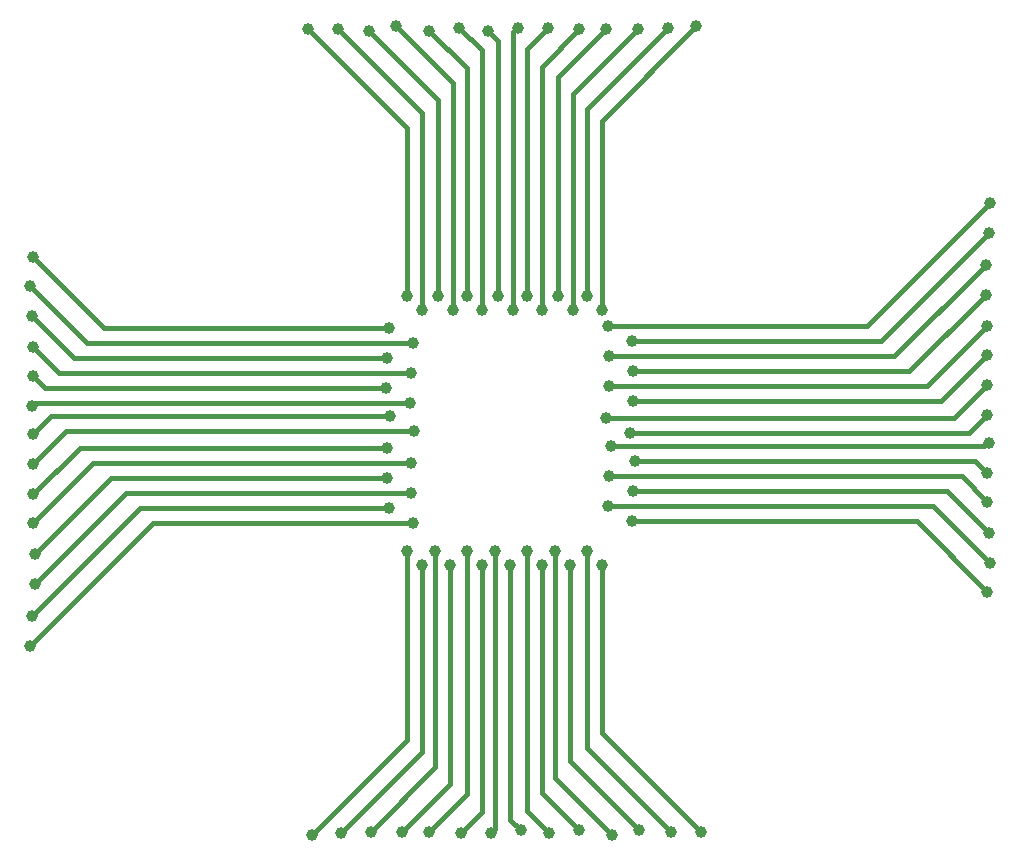
<source format=gbl>
G04*
G04 #@! TF.GenerationSoftware,Altium Limited,Altium Designer,23.6.0 (18)*
G04*
G04 Layer_Physical_Order=2*
G04 Layer_Color=16711680*
%FSLAX44Y44*%
%MOMM*%
G71*
G04*
G04 #@! TF.SameCoordinates,14FF5C31-A8A2-4FAE-BB4F-38B74BC4A96C*
G04*
G04*
G04 #@! TF.FilePolarity,Positive*
G04*
G01*
G75*
%ADD20C,0.4000*%
%ADD21C,1.0000*%
D20*
X566420Y144780D02*
Y287020D01*
X553720Y132080D02*
Y298450D01*
X566420Y144780D02*
X650240Y60960D01*
X553720Y132080D02*
X624840Y60960D01*
X539750Y120650D02*
X598170Y62230D01*
X539750Y120650D02*
Y287020D01*
X527050Y106680D02*
Y298450D01*
Y106680D02*
X575310Y58420D01*
X515620Y93980D02*
X547370Y62230D01*
X515620Y93980D02*
Y287020D01*
X502920Y78740D02*
X521970Y59690D01*
X502920Y78740D02*
Y298450D01*
X488950Y71120D02*
X497840Y62230D01*
X488950Y71120D02*
Y287020D01*
X472440Y59690D02*
X476250Y63500D01*
Y298450D01*
X447040Y59690D02*
X464820Y77470D01*
Y287020D01*
X420370Y60960D02*
X452120Y92710D01*
Y298450D01*
X397510Y60960D02*
X438150Y101600D01*
Y287020D01*
X370840Y60960D02*
X425450Y115570D01*
Y298450D01*
X414020Y128270D02*
Y287020D01*
X345440Y59690D02*
X414020Y128270D01*
X321310Y58420D02*
X401320Y138430D01*
Y298450D01*
X566420Y502920D02*
Y662940D01*
X646430Y742950D01*
X553720Y673100D02*
X622300Y741680D01*
X553720Y514350D02*
Y673100D01*
X542290Y502920D02*
Y685800D01*
X596900Y740410D01*
X529590Y514350D02*
Y699770D01*
X570230Y740410D01*
X515620Y502920D02*
Y708660D01*
X547370Y740410D01*
X502920Y514350D02*
Y723900D01*
X520700Y741680D01*
X491490Y502920D02*
Y737870D01*
X495300Y741680D01*
X478790Y514350D02*
Y730250D01*
X469900Y739140D02*
X478790Y730250D01*
X464820Y502920D02*
Y722630D01*
X445770Y741680D02*
X464820Y722630D01*
X452120Y514350D02*
Y707390D01*
X420370Y739140D02*
X452120Y707390D01*
X392430Y742950D02*
X440690Y694690D01*
Y502920D02*
Y694690D01*
X427990Y514350D02*
Y680720D01*
X369570Y739140D02*
X427990Y680720D01*
X342900Y740410D02*
X414020Y669290D01*
X317500Y740410D02*
X401320Y656590D01*
X414020Y502920D02*
Y669290D01*
X401320Y514350D02*
Y656590D01*
X833120Y323850D02*
X892810Y264160D01*
X591820Y323850D02*
X833120D01*
X892810Y264160D02*
X894080Y265430D01*
X571500Y336550D02*
X847090D01*
X895350Y288290D01*
X858520Y349250D02*
X894080Y313690D01*
X593090Y349250D02*
X858520D01*
X572770Y361950D02*
X871220D01*
X892810Y340360D01*
X882650Y374650D02*
X892810Y364490D01*
X594360Y374650D02*
X882650D01*
X892456Y389890D02*
X894080D01*
X889916Y387350D02*
X892456Y389890D01*
X574040Y387350D02*
X889916D01*
X877570Y398780D02*
X892810Y414020D01*
X590550Y398780D02*
X877570D01*
X864870Y411480D02*
X892810Y439420D01*
X570230Y411480D02*
X864870D01*
X853440Y425450D02*
X892810Y464820D01*
X593090Y425450D02*
X853440D01*
X842010Y438150D02*
X892810Y488950D01*
X572770Y438150D02*
X842010D01*
X826770Y450850D02*
X891540Y515620D01*
X593090Y450850D02*
X826770D01*
X814070Y463550D02*
X891540Y541020D01*
X572770Y463550D02*
X814070D01*
X802640Y476250D02*
X894080Y567690D01*
X591820Y476250D02*
X802640D01*
X571500Y488950D02*
X791210D01*
X895350Y593090D01*
X82550Y218440D02*
X186690Y322580D01*
X406400D01*
X175260Y335280D02*
X386080D01*
X83820Y243840D02*
X175260Y335280D01*
X163830Y347980D02*
X405130D01*
X86360Y270510D02*
X163830Y347980D01*
X151130Y360680D02*
X384810D01*
X86360Y295910D02*
X151130Y360680D01*
X135890Y373380D02*
X405130D01*
X85090Y322580D02*
X135890Y373380D01*
X124460Y386080D02*
X384810D01*
X85090Y346710D02*
X124460Y386080D01*
X113030Y400050D02*
X407670D01*
X85090Y372110D02*
X113030Y400050D01*
X100330Y412750D02*
X387350D01*
X85090Y397510D02*
X100330Y412750D01*
X87984Y424180D02*
X403860D01*
X85444Y421640D02*
X87984Y424180D01*
X83820Y421640D02*
X85444D01*
X95250Y436880D02*
X383540D01*
X85090Y447040D02*
X95250Y436880D01*
X85090Y471170D02*
X106680Y449580D01*
X405130D01*
X119380Y462280D02*
X384810D01*
X83820Y497840D02*
X119380Y462280D01*
X82550Y523240D02*
X130810Y474980D01*
X406400D01*
X144780Y487680D02*
X386080D01*
X83820Y546100D02*
X85090Y547370D01*
X144780Y487680D01*
D21*
X566420Y287020D02*
D03*
X553720Y298450D02*
D03*
X527050D02*
D03*
X539750Y287020D02*
D03*
X488950D02*
D03*
X476250Y298450D02*
D03*
X502920D02*
D03*
X515620Y287020D02*
D03*
X438150D02*
D03*
X425450Y298450D02*
D03*
X452120D02*
D03*
X464820Y287020D02*
D03*
X401320Y298450D02*
D03*
X414020Y287020D02*
D03*
X650240Y60960D02*
D03*
X624840D02*
D03*
X598170Y62230D02*
D03*
X575310Y58420D02*
D03*
X547370Y62230D02*
D03*
X521970Y59690D02*
D03*
X497840Y62230D02*
D03*
X472440Y59690D02*
D03*
X447040D02*
D03*
X420370Y60960D02*
D03*
X397510D02*
D03*
X370840D02*
D03*
X345440Y59690D02*
D03*
X321310Y58420D02*
D03*
X646430Y742950D02*
D03*
X622300Y741680D02*
D03*
X596900Y740410D02*
D03*
X570230D02*
D03*
X547370D02*
D03*
X520700Y741680D02*
D03*
X495300D02*
D03*
X469900Y739140D02*
D03*
X445770Y741680D02*
D03*
X420370Y739140D02*
D03*
X392430Y742950D02*
D03*
X369570Y739140D02*
D03*
X342900Y740410D02*
D03*
X317500D02*
D03*
X553720Y514350D02*
D03*
X566420Y502920D02*
D03*
X502920Y514350D02*
D03*
X515620Y502920D02*
D03*
X542290D02*
D03*
X529590Y514350D02*
D03*
X452120D02*
D03*
X464820Y502920D02*
D03*
X491490D02*
D03*
X478790Y514350D02*
D03*
X427990D02*
D03*
X440690Y502920D02*
D03*
X414020D02*
D03*
X401320Y514350D02*
D03*
X591820Y323850D02*
D03*
X571500Y336550D02*
D03*
X572770Y361950D02*
D03*
X593090Y349250D02*
D03*
X574040Y387350D02*
D03*
X594360Y374650D02*
D03*
X570230Y411480D02*
D03*
X590550Y398780D02*
D03*
X572770Y438150D02*
D03*
X593090Y425450D02*
D03*
X572770Y463550D02*
D03*
X593090Y450850D02*
D03*
X571500Y488950D02*
D03*
X591820Y476250D02*
D03*
X892810Y264160D02*
D03*
X895350Y288290D02*
D03*
X894080Y313690D02*
D03*
X892810Y340360D02*
D03*
Y364490D02*
D03*
X894080Y389890D02*
D03*
X892810Y414020D02*
D03*
Y439420D02*
D03*
Y464820D02*
D03*
Y488950D02*
D03*
X891540Y515620D02*
D03*
Y541020D02*
D03*
X894080Y567690D02*
D03*
X895350Y593090D02*
D03*
X82550Y218440D02*
D03*
X83820Y243840D02*
D03*
X86360Y270510D02*
D03*
Y295910D02*
D03*
X85090Y322580D02*
D03*
Y346710D02*
D03*
Y372110D02*
D03*
Y397510D02*
D03*
X83820Y421640D02*
D03*
X85090Y447040D02*
D03*
Y471170D02*
D03*
X83820Y497840D02*
D03*
X82550Y523240D02*
D03*
X85090Y547370D02*
D03*
X386080Y335280D02*
D03*
X406400Y322580D02*
D03*
X384810Y360680D02*
D03*
X405130Y347980D02*
D03*
X384810Y386080D02*
D03*
X405130Y373380D02*
D03*
X387350Y412750D02*
D03*
X407670Y400050D02*
D03*
X383540Y436880D02*
D03*
X403860Y424180D02*
D03*
X384810Y462280D02*
D03*
X405130Y449580D02*
D03*
X406400Y474980D02*
D03*
X386080Y487680D02*
D03*
M02*

</source>
